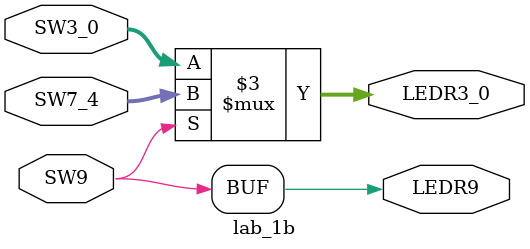
<source format=v>
module lab_1b (
  input  SW9,         // Selector switch 
  input  [3:0] SW3_0, // Input X 
  input  [3:0] SW7_4, // Input Y 
  output reg [3:0] LEDR3_0, // Output
  output wire LEDR9        // Display switch
);
  
  assign LEDR9 = SW9;  // Displaying value of s

  // Four-bit 2-to-1 multiplexer logic
  always @ (*) begin
    if(SW9) 
      LEDR3_0 = SW7_4; // If s = 1, then output Y 
    else 
      LEDR3_0 = SW3_0; // If s = 0, then output X 
  end

endmodule

</source>
